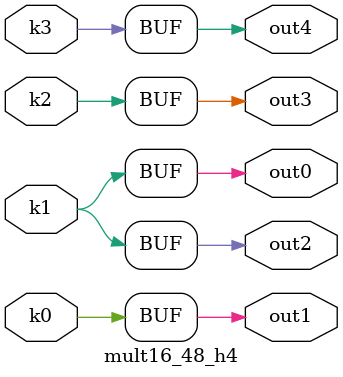
<source format=v>
module mult16_48(pi00, pi01, pi02, pi03, pi04, pi05, pi06, pi07, pi08, pi09, pi10, pi11, po0, po1, po2, po3, po4);
input pi00, pi01, pi02, pi03, pi04, pi05, pi06, pi07, pi08, pi09, pi10, pi11;
output po0, po1, po2, po3, po4;
wire k0, k1, k2, k3;
mult16_48_w4 DUT1 (pi00, pi01, pi02, pi03, pi04, pi05, pi06, pi07, pi08, pi09, pi10, pi11, k0, k1, k2, k3);
mult16_48_h4 DUT2 (k0, k1, k2, k3, po0, po1, po2, po3, po4);
endmodule

module mult16_48_w4(in11, in10, in9, in8, in7, in6, in5, in4, in3, in2, in1, in0, k3, k2, k1, k0);
input in11, in10, in9, in8, in7, in6, in5, in4, in3, in2, in1, in0;
output k3, k2, k1, k0;
assign k0 =   ((in1 & ~in0) | ((~in4 | ~in10) & (in3 | ~in5))) & (in1 | ~in0);
assign k1 =   ((~in1 ^ in0) & (((in6 | in5) & ((in11 & in8) | (in9 & ~in7)) & ((in3 & in2 & (~in10 | ~in4)) | (in10 & in4 & ~in2))) | ((in6 ? (in5 & ~in2) : (~in5 & in2)) & ((in10 & in4) | (~in3 & ((in11 & in8) | (in9 & ~in7))))) | ((~in10 | ~in4) & (in2 ? ((~in3 & (in5 ? (~in6 | ((~in11 | ~in8) & (~in9 | in7))) : in6)) | (in6 & in3 & in5)) : (((~in11 | ~in8) & (~in9 | in7) & ((~in6 & (in3 | ~in5)) | (in3 & ~in5))) | (~in6 & in3 & ~in5)))) | (in10 & in4 & in2 & (~in11 | ~in8) & (~in9 | in7) & (~in6 | ~in5)))) | ((in1 ^ in0) & (((in6 | in5) & ((in11 & in8) | (in9 & ~in7)) & ((in3 & ~in2 & (~in10 | ~in4)) | (in10 & in4 & in2))) | (((in10 & in4) | (~in3 & ((in11 & in8) | (in9 & ~in7)))) & (in6 ? (in5 & in2) : (~in5 & ~in2))) | ((~in10 | ~in4) & (in2 ? (((~in11 | ~in8) & (~in9 | in7) & ((~in6 & (in3 | ~in5)) | (in3 & ~in5))) | (~in6 & in3 & ~in5)) : ((~in3 & (in5 ? (~in6 | ((~in11 | ~in8) & (~in9 | in7))) : in6)) | (in6 & in3 & in5)))) | (in10 & in4 & ~in2 & (~in11 | ~in8) & (~in9 | in7) & (~in6 | ~in5))));
assign k2 =   ((~in6 ^ in5) & (((in3 | (in10 & in4)) & ((in11 & in8) | (in9 & ~in7))) | (~in3 & (~in9 | in7) & (~in10 | ~in4) & (~in11 | ~in8)))) | ((in6 ^ in5) & ((~in3 & (~in10 | ~in4) & ((in11 & in8) | (in9 & ~in7))) | ((~in9 | in7) & (in3 | (in10 & in4)) & (~in11 | ~in8))));
assign k3 =   (~in7 & ~in9 & (~in11 | ~in8)) | (in9 & (in7 | (in11 & in8)));
endmodule

module mult16_48_h4(k3, k2, k1, k0, out4, out3, out2, out1, out0);
input k3, k2, k1, k0;
output out4, out3, out2, out1, out0;
assign out0 = k1;
assign out1 = k0;
assign out2 = k1;
assign out3 = k2;
assign out4 = k3;
endmodule

</source>
